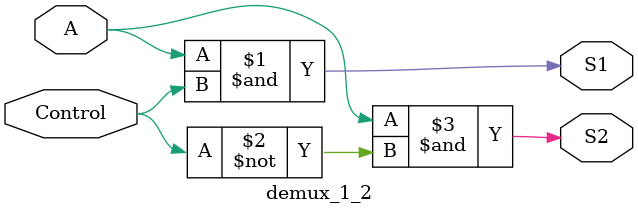
<source format=v>
module demux_1_2 (input A, Control, output S1,S2);

	assign S1 = A&Control;
	assign S2 = A&(~Control);

endmodule 
</source>
